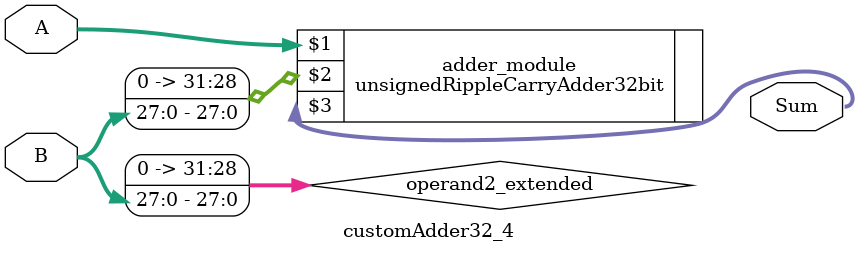
<source format=v>

module customAdder32_4(
                    input [31 : 0] A,
                    input [27 : 0] B,
                    
                    output [32 : 0] Sum
            );

    wire [31 : 0] operand2_extended;
    
    assign operand2_extended =  {4'b0, B};
    
    unsignedRippleCarryAdder32bit adder_module(
        A,
        operand2_extended,
        Sum
    );
    
endmodule
        
</source>
